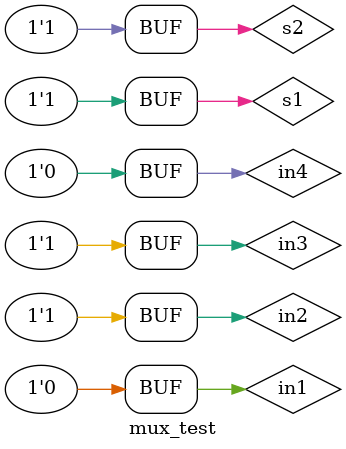
<source format=v>
`timescale 1ns / 1ps


module mux_test;

	// Inputs
	reg in1;
	reg in2;
	reg in3;
	reg in4;
	reg s1;
	reg s2;

	// Outputs
	wire mux_out;

	// Instantiate the Unit Under Test (UUT)
	mux_4x1 uut (
		.in1(in1), 
		.in2(in2), 
		.in3(in3), 
		.in4(in4), 
		.s1(s1), 
		.s2(s2), 
		.mux_out(mux_out)
	);

	initial begin
		// Initialize Inputs
		in1 = 0;
		in2 = 1;
		in3 = 1;
		in4 = 0;
		s1 = 0;
		s2 = 0;

		// Wait 100 ns for global reset to finish
		
        #100
        s1=1;s2=0;
        #100
        s1=0;s2=1;
        #100
        s1=1;s2=1;
        
		// Add stimulus here

	end

     
endmodule


</source>
